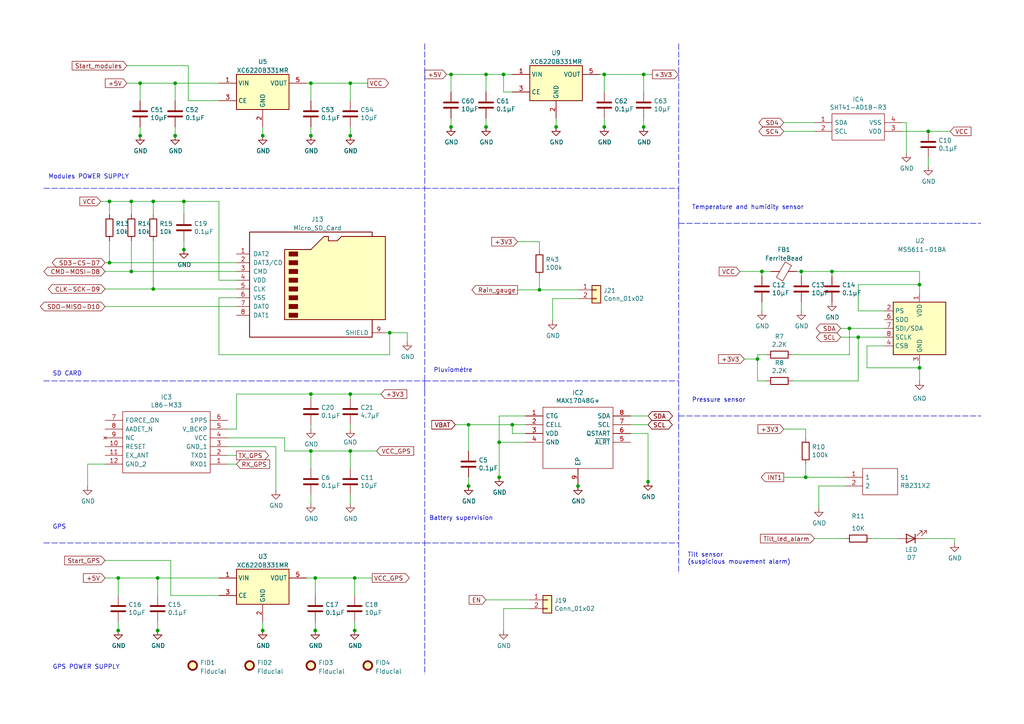
<source format=kicad_sch>
(kicad_sch (version 20211123) (generator eeschema)
  (paper "A4")
  (title_block (title "Open_beehive_scale_board") (date "2022-05-16") (rev "V0.1") (company "Ratamuse"))
  (lib_symbols
    (symbol "Connector:Micro_SD_Card" (pin_names (offset 1.016))
      (property "Reference" "J" (at -16.51 15.24 0))
      (property "Value" "Micro_SD_Card" (at 16.51 15.24 0))
      (symbol "Micro_SD_Card_0_1"
        (rectangle (start -7.62 -9.525) (end -5.08 -10.795) (fill (type outline)))
        (rectangle (start -7.62 -6.985) (end -5.08 -8.255) (fill (type outline)))
        (rectangle (start -7.62 -4.445) (end -5.08 -5.715) (fill (type outline)))
        (rectangle (start -7.62 -1.905) (end -5.08 -3.175) (fill (type outline)))
        (rectangle (start -7.62 0.635) (end -5.08 -0.635) (fill (type outline)))
        (rectangle (start -7.62 3.175) (end -5.08 1.905) (fill (type outline)))
        (rectangle (start -7.62 5.715) (end -5.08 4.445) (fill (type outline)))
        (rectangle (start -7.62 8.255) (end -5.08 6.985) (fill (type outline)))
        (polyline (pts (xy 16.51 12.7) (xy 16.51 13.97) (xy -19.05 13.97) (xy -19.05 -16.51) (xy 16.51 -16.51) (xy 16.51 -11.43)) (stroke (width 0.254)))
        (polyline (pts (xy -8.89 -11.43) (xy -8.89 8.89) (xy -1.27 8.89) (xy 2.54 12.7) (xy 3.81 12.7) (xy 3.81 11.43) (xy 6.35 11.43) (xy 7.62 12.7) (xy 20.32 12.7) (xy 20.32 -11.43) (xy -8.89 -11.43)) (stroke (width 0.254)) (fill (type background)))
      )
      (symbol "Micro_SD_Card_1_1"
        (pin bidirectional line (at -22.86 7.62 0) (length 3.81) (name "DAT2") (number "1"))
        (pin bidirectional line (at -22.86 5.08 0) (length 3.81) (name "DAT3/CD") (number "2"))
        (pin input line (at -22.86 2.54 0) (length 3.81) (name "CMD") (number "3"))
        (pin power_in line (at -22.86 0 0) (length 3.81) (name "VDD") (number "4"))
        (pin input line (at -22.86 -2.54 0) (length 3.81) (name "CLK") (number "5"))
        (pin power_in line (at -22.86 -5.08 0) (length 3.81) (name "VSS") (number "6"))
        (pin bidirectional line (at -22.86 -7.62 0) (length 3.81) (name "DAT0") (number "7"))
        (pin bidirectional line (at -22.86 -10.16 0) (length 3.81) (name "DAT1") (number "8"))
        (pin passive line (at 20.32 -15.24 180) (length 3.81) (name "SHIELD") (number "9"))
      )
    )
    (symbol "Connector_Generic:Conn_01x02" (pin_names (offset 1.016) hide)
      (property "Reference" "J" (at 0 2.54 0))
      (property "Value" "Conn_01x02" (at 0 -5.08 0))
      (symbol "Conn_01x02_1_1"
        (rectangle (start -1.27 -2.413) (end 0 -2.667) (stroke (width 0.1524)))
        (rectangle (start -1.27 0.127) (end 0 -0.127) (stroke (width 0.1524)))
        (rectangle (start -1.27 1.27) (end 1.27 -3.81) (stroke (width 0.254)) (fill (type background)))
        (pin passive line (at -5.08 0 0) (length 3.81) (name "Pin_1") (number "1"))
        (pin passive line (at -5.08 -2.54 0) (length 3.81) (name "Pin_2") (number "2"))
      )
    )
    (symbol "Device:C" (pin_numbers hide) (pin_names (offset 0.254))
      (property "Reference" "C" (at 0.635 2.54 0))
      (property "Value" "C" (at 0.635 -2.54 0))
      (symbol "C_0_1"
        (polyline (pts (xy -2.032 -0.762) (xy 2.032 -0.762)) (stroke (width 0.508)))
        (polyline (pts (xy -2.032 0.762) (xy 2.032 0.762)) (stroke (width 0.508)))
      )
      (symbol "C_1_1"
        (pin passive line (at 0 3.81 270) (length 2.794) (name "~") (number "1"))
        (pin passive line (at 0 -3.81 90) (length 2.794) (name "~") (number "2"))
      )
    )
    (symbol "Device:FerriteBead" (pin_numbers hide) (pin_names (offset 0))
      (property "Reference" "FB" (at -3.81 0.635 90))
      (property "Value" "FerriteBead" (at 3.81 0 90))
      (symbol "FerriteBead_0_1"
        (polyline (pts (xy 0 -1.27) (xy 0 -1.2192)))
        (polyline (pts (xy 0 1.27) (xy 0 1.2954)))
        (polyline (pts (xy -2.7686 0.4064) (xy -1.7018 2.2606) (xy 2.7686 -0.3048) (xy 1.6764 -2.159) (xy -2.7686 0.4064)))
      )
      (symbol "FerriteBead_1_1"
        (pin passive line (at 0 3.81 270) (length 2.54) (name "~") (number "1"))
        (pin passive line (at 0 -3.81 90) (length 2.54) (name "~") (number "2"))
      )
    )
    (symbol "Device:LED" (pin_numbers hide) (pin_names (offset 1.016) hide)
      (property "Reference" "D" (at 0 2.54 0))
      (property "Value" "LED" (at 0 -2.54 0))
      (symbol "LED_0_1"
        (polyline (pts (xy -1.27 -1.27) (xy -1.27 1.27)) (stroke (width 0.254)))
        (polyline (pts (xy -1.27 0) (xy 1.27 0)))
        (polyline (pts (xy 1.27 -1.27) (xy 1.27 1.27) (xy -1.27 0) (xy 1.27 -1.27)) (stroke (width 0.254)))
        (polyline (pts (xy -3.048 -0.762) (xy -4.572 -2.286) (xy -3.81 -2.286) (xy -4.572 -2.286) (xy -4.572 -1.524)))
        (polyline (pts (xy -1.778 -0.762) (xy -3.302 -2.286) (xy -2.54 -2.286) (xy -3.302 -2.286) (xy -3.302 -1.524)))
      )
      (symbol "LED_1_1"
        (pin passive line (at -3.81 0 0) (length 2.54) (name "K") (number "1"))
        (pin passive line (at 3.81 0 180) (length 2.54) (name "A") (number "2"))
      )
    )
    (symbol "Device:R" (pin_numbers hide) (pin_names (offset 0))
      (property "Reference" "R" (at 2.032 0 90))
      (property "Value" "R" (at 0 0 90))
      (symbol "R_0_1"
        (rectangle (start -1.016 -2.54) (end 1.016 2.54) (stroke (width 0.254)))
      )
      (symbol "R_1_1"
        (pin passive line (at 0 3.81 270) (length 1.27) (name "~") (number "1"))
        (pin passive line (at 0 -3.81 90) (length 1.27) (name "~") (number "2"))
      )
    )
    (symbol "L86-M33:L86-M33" (pin_names (offset 0.762))
      (property "Reference" "IC" (at 31.75 7.62 0))
      (property "Value" "L86-M33" (at 31.75 5.08 0))
      (symbol "L86-M33_0_0"
        (pin passive line (at 35.56 -12.7 180) (length 5.08) (name "RXD1") (number "1"))
        (pin passive line (at 0 -7.62 0) (length 5.08) (name "RESET") (number "10"))
        (pin passive line (at 0 -10.16 0) (length 5.08) (name "EX_ANT") (number "11"))
        (pin passive line (at 0 -12.7 0) (length 5.08) (name "GND_2") (number "12"))
        (pin passive line (at 35.56 -10.16 180) (length 5.08) (name "TXD1") (number "2"))
        (pin passive line (at 35.56 -7.62 180) (length 5.08) (name "GND_1") (number "3"))
        (pin passive line (at 35.56 -5.08 180) (length 5.08) (name "VCC") (number "4"))
        (pin passive line (at 35.56 -2.54 180) (length 5.08) (name "V_BCKP") (number "5"))
        (pin passive line (at 35.56 0 180) (length 5.08) (name "1PPS") (number "6"))
        (pin passive line (at 0 0 0) (length 5.08) (name "FORCE_ON") (number "7"))
        (pin passive line (at 0 -2.54 0) (length 5.08) (name "AADET_N") (number "8"))
        (pin no_connect line (at 0 -5.08 0) (length 5.08) (name "NC") (number "9"))
      )
      (symbol "L86-M33_0_1"
        (polyline (pts (xy 5.08 2.54) (xy 30.48 2.54) (xy 30.48 -15.24) (xy 5.08 -15.24) (xy 5.08 2.54)) (stroke (width 0.1524)))
      )
    )
    (symbol "MAX17048G+:MAX17048G+" (pin_names (offset 0.762))
      (property "Reference" "IC" (at 26.67 7.62 0))
      (property "Value" "MAX17048G+" (at 26.67 5.08 0))
      (symbol "MAX17048G+_0_0"
        (pin passive line (at 0 0 0) (length 5.08) (name "CTG") (number "1"))
        (pin passive line (at 0 -2.54 0) (length 5.08) (name "CELL") (number "2"))
        (pin passive line (at 0 -5.08 0) (length 5.08) (name "VDD") (number "3"))
        (pin passive line (at 0 -7.62 0) (length 5.08) (name "GND") (number "4"))
        (pin passive line (at 30.48 -7.62 180) (length 5.08) (name "~{ALRT}") (number "5"))
        (pin passive line (at 30.48 -5.08 180) (length 5.08) (name "QSTART") (number "6"))
        (pin passive line (at 30.48 -2.54 180) (length 5.08) (name "SCL") (number "7"))
        (pin passive line (at 30.48 0 180) (length 5.08) (name "SDA") (number "8"))
        (pin passive line (at 15.24 -20.32 90) (length 5.08) (name "EP") (number "9"))
      )
      (symbol "MAX17048G+_0_1"
        (polyline (pts (xy 5.08 2.54) (xy 25.4 2.54) (xy 25.4 -15.24) (xy 5.08 -15.24) (xy 5.08 2.54)) (stroke (width 0.1524)))
      )
    )
    (symbol "Mechanical:Fiducial"
      (property "Reference" "FID" (at 0 5.08 0))
      (property "Value" "Fiducial" (at 0 3.175 0))
      (symbol "Fiducial_0_1"
        (circle (center 0 0) (radius 1.27) (stroke (width 0.508)) (fill (type background)))
      )
    )
    (symbol "RB231X2:RB231X2" (pin_names (offset 0.762))
      (property "Reference" "S" (at 16.51 7.62 0))
      (property "Value" "RB231X2" (at 16.51 5.08 0))
      (symbol "RB231X2_0_0"
        (pin passive line (at 0 0 0) (length 5.08) (name "1") (number "1"))
        (pin passive line (at 0 -2.54 0) (length 5.08) (name "2") (number "2"))
      )
      (symbol "RB231X2_0_1"
        (polyline (pts (xy 5.08 2.54) (xy 15.24 2.54) (xy 15.24 -5.08) (xy 5.08 -5.08) (xy 5.08 2.54)) (stroke (width 0.1524)))
      )
    )
    (symbol "Regulator_Linear:XC6220B331MR"
      (property "Reference" "U" (at 0 8.89 0))
      (property "Value" "XC6220B331MR" (at 0 6.35 0))
      (symbol "XC6220B331MR_0_1"
        (rectangle (start -7.62 5.08) (end 7.62 -5.08) (stroke (width 0.254)) (fill (type background)))
      )
      (symbol "XC6220B331MR_1_1"
        (pin power_in line (at -12.7 2.54 0) (length 5.08) (name "VIN") (number "1"))
        (pin power_in line (at 0 -10.16 90) (length 5.08) (name "GND") (number "2"))
        (pin input line (at -12.7 -2.54 0) (length 5.08) (name "CE") (number "3"))
        (pin no_connect line (at 12.7 -2.54 180) (length 5.08) hide (name "NC") (number "4"))
        (pin power_out line (at 12.7 2.54 180) (length 5.08) (name "VOUT") (number "5"))
      )
    )
    (symbol "SHT41-AD1B-R3:SHT41-AD1B-R3" (pin_names (offset 0.762))
      (property "Reference" "IC" (at 21.59 7.62 0))
      (property "Value" "SHT41-AD1B-R3" (at 21.59 5.08 0))
      (symbol "SHT41-AD1B-R3_0_0"
        (pin passive line (at 0 0 0) (length 5.08) (name "SDA") (number "1"))
        (pin passive line (at 0 -2.54 0) (length 5.08) (name "SCL") (number "2"))
        (pin passive line (at 25.4 -2.54 180) (length 5.08) (name "VDD") (number "3"))
        (pin passive line (at 25.4 0 180) (length 5.08) (name "VSS") (number "4"))
      )
      (symbol "SHT41-AD1B-R3_0_1"
        (polyline (pts (xy 5.08 2.54) (xy 20.32 2.54) (xy 20.32 -5.08) (xy 5.08 -5.08) (xy 5.08 2.54)) (stroke (width 0.1524)))
      )
    )
    (symbol "Sensor_Pressure:MS5611-01BA"
      (property "Reference" "U" (at -6.35 8.89 0))
      (property "Value" "MS5611-01BA" (at 7.62 8.89 0))
      (symbol "MS5611-01BA_0_1"
        (rectangle (start -7.62 7.62) (end 7.62 -7.62) (stroke (width 0.254)) (fill (type background)))
      )
      (symbol "MS5611-01BA_1_1"
        (pin power_in line (at 0 10.16 270) (length 2.54) (name "VDD") (number "1"))
        (pin input line (at -10.16 5.08 0) (length 2.54) (name "PS") (number "2"))
        (pin power_in line (at 0 -10.16 90) (length 2.54) (name "GND") (number "3"))
        (pin input line (at -10.16 -5.08 0) (length 2.54) (name "CSB") (number "4"))
        (pin input line (at -10.16 -5.08 0) (length 2.54) hide (name "CSB") (number "5"))
        (pin output line (at -10.16 2.54 0) (length 2.54) (name "SDO") (number "6"))
        (pin bidirectional line (at -10.16 0 0) (length 2.54) (name "SDI/SDA") (number "7"))
        (pin input line (at -10.16 -2.54 0) (length 2.54) (name "SCLK") (number "8"))
      )
    )
    (symbol "power:GND" (power) (pin_names (offset 0))
      (property "Value" "GND" (at 0 -3.81 0))
      (symbol "GND_0_1"
        (polyline (pts (xy 0 0) (xy 0 -1.27) (xy 1.27 -1.27) (xy 0 -2.54) (xy -1.27 -1.27) (xy 0 -1.27)))
      )
      (symbol "GND_1_1"
        (pin power_in line (at 0 0 270) (length 0) hide (name "GND") (number "1"))
      )
    )
  )
  (junction (at 269.24 38.1))
  (junction (at 219.71 104.14))
  (junction (at 144.78 128.27))
  (junction (at 140.97 36.83))
  (junction (at 130.81 36.83))
  (junction (at 233.68 138.43))
  (junction (at 175.26 36.83))
  (junction (at 90.17 130.81))
  (junction (at 186.69 21.59))
  (junction (at 102.87 182.88))
  (junction (at 31.75 58.42))
  (junction (at 161.29 36.83))
  (junction (at 187.96 139.7))
  (junction (at 76.2 39.37))
  (junction (at 101.6 24.13))
  (junction (at 38.1 78.74))
  (junction (at 76.2 182.88))
  (junction (at 40.64 39.37))
  (junction (at 135.89 123.19))
  (junction (at 186.69 36.83))
  (junction (at 38.1 58.42))
  (junction (at 148.59 123.19))
  (junction (at 91.44 167.64))
  (junction (at 50.8 24.13))
  (junction (at 90.17 114.3))
  (junction (at 34.29 167.64))
  (junction (at 44.45 58.42))
  (junction (at 91.44 182.88))
  (junction (at 130.81 21.59))
  (junction (at 101.6 130.81))
  (junction (at 102.87 167.64))
  (junction (at 31.75 76.2))
  (junction (at 167.64 140.97))
  (junction (at 232.41 78.74))
  (junction (at 140.97 21.59))
  (junction (at 34.29 182.88))
  (junction (at 248.92 97.79))
  (junction (at 90.17 39.37))
  (junction (at 135.89 140.97))
  (junction (at 146.05 21.59))
  (junction (at 45.72 167.64))
  (junction (at 53.34 72.39))
  (junction (at 156.464 84.074))
  (junction (at 246.38 95.25))
  (junction (at 50.8 39.37))
  (junction (at 220.98 78.74))
  (junction (at 241.3 78.74))
  (junction (at 53.34 58.42))
  (junction (at 45.72 182.88))
  (junction (at 101.6 114.3))
  (junction (at 90.17 24.13))
  (junction (at 101.6 39.37))
  (junction (at 144.78 138.43))
  (junction (at 266.7 106.68))
  (junction (at 175.26 21.59))
  (junction (at 44.45 83.82))
  (junction (at 40.64 24.13))
  (junction (at 266.7 82.55))
  (junction (at 113.03 96.52))
  (wire (pts (xy 156.464 84.074) (xy 156.464 80.264)))
  (wire (pts (xy 135.89 138.43) (xy 135.89 140.97)))
  (wire (pts (xy 219.71 104.14) (xy 215.9 104.14)))
  (wire (pts (xy 219.71 102.87) (xy 222.25 102.87)))
  (wire (pts (xy 269.24 45.72) (xy 269.24 48.26)))
  (wire (pts (xy 63.5 58.42) (xy 63.5 81.28)))
  (wire (pts (xy 40.64 24.13) (xy 50.8 24.13)))
  (wire (pts (xy 229.87 102.87) (xy 246.38 102.87)))
  (wire (pts (xy 90.17 115.57) (xy 90.17 114.3)))
  (wire (pts (xy 113.03 96.52) (xy 118.11 96.52)))
  (wire (pts (xy 146.05 176.53) (xy 146.05 182.88)))
  (wire (pts (xy 45.72 172.72) (xy 45.72 167.64)))
  (wire (pts (xy 101.6 24.13) (xy 106.68 24.13)))
  (wire (pts (xy 261.62 35.56) (xy 262.89 35.56)))
  (wire (pts (xy 267.97 156.21) (xy 276.86 156.21)))
  (wire (pts (xy 38.1 58.42) (xy 38.1 62.23)))
  (wire (pts (xy 161.29 34.29) (xy 161.29 36.83)))
  (wire (pts (xy 101.6 115.57) (xy 101.6 114.3)))
  (wire (pts (xy 31.75 58.42) (xy 38.1 58.42)))
  (wire (pts (xy 68.58 134.62) (xy 66.04 134.62)))
  (wire (pts (xy 156.464 72.644) (xy 156.464 70.104)))
  (wire (pts (xy 31.75 69.85) (xy 31.75 76.2)))
  (wire (pts (xy 102.87 167.64) (xy 107.95 167.64)))
  (wire (pts (xy 227.33 38.1) (xy 236.22 38.1)))
  (wire (pts (xy 130.81 21.59) (xy 140.97 21.59)))
  (wire (pts (xy 80.01 129.54) (xy 80.01 142.24)))
  (wire (pts (xy 219.71 104.14) (xy 219.71 102.87)))
  (wire (pts (xy 232.41 87.63) (xy 232.41 90.17)))
  (wire (pts (xy 54.61 29.21) (xy 54.61 19.05)))
  (wire (pts (xy 45.72 167.64) (xy 63.5 167.64)))
  (wire (pts (xy 248.92 97.79) (xy 256.54 97.79)))
  (wire (pts (xy 167.894 84.074) (xy 156.464 84.074)))
  (polyline (pts (xy 123.19 110.49) (xy 123.19 114.3)))
  (wire (pts (xy 101.6 130.81) (xy 109.22 130.81)))
  (polyline (pts (xy 196.85 12.7) (xy 196.85 64.77)))
  (wire (pts (xy 175.26 21.59) (xy 186.69 21.59)))
  (wire (pts (xy 146.05 21.59) (xy 148.59 21.59)))
  (wire (pts (xy 129.54 21.59) (xy 130.81 21.59)))
  (wire (pts (xy 251.46 100.33) (xy 251.46 106.68)))
  (wire (pts (xy 44.45 69.85) (xy 44.45 83.82)))
  (wire (pts (xy 30.48 83.82) (xy 44.45 83.82)))
  (wire (pts (xy 44.45 58.42) (xy 44.45 62.23)))
  (wire (pts (xy 91.44 180.34) (xy 91.44 182.88)))
  (wire (pts (xy 175.26 26.67) (xy 175.26 21.59)))
  (wire (pts (xy 214.63 78.74) (xy 220.98 78.74)))
  (wire (pts (xy 269.24 38.1) (xy 261.62 38.1)))
  (wire (pts (xy 101.6 114.3) (xy 110.49 114.3)))
  (wire (pts (xy 63.5 102.87) (xy 113.03 102.87)))
  (wire (pts (xy 101.6 29.21) (xy 101.6 24.13)))
  (wire (pts (xy 36.83 19.05) (xy 54.61 19.05)))
  (wire (pts (xy 50.8 29.21) (xy 50.8 24.13)))
  (wire (pts (xy 118.11 96.52) (xy 118.11 99.06)))
  (wire (pts (xy 135.89 123.19) (xy 135.89 130.81)))
  (wire (pts (xy 276.86 156.21) (xy 276.86 157.48)))
  (wire (pts (xy 220.98 78.74) (xy 223.52 78.74)))
  (wire (pts (xy 82.55 130.81) (xy 90.17 130.81)))
  (wire (pts (xy 148.59 125.73) (xy 152.4 125.73)))
  (polyline (pts (xy 123.19 54.61) (xy 196.85 54.61)))
  (wire (pts (xy 54.61 29.21) (xy 63.5 29.21)))
  (wire (pts (xy 182.88 123.19) (xy 187.96 123.19)))
  (wire (pts (xy 29.21 58.42) (xy 31.75 58.42)))
  (wire (pts (xy 140.97 26.67) (xy 140.97 21.59)))
  (wire (pts (xy 266.7 82.55) (xy 266.7 78.74)))
  (wire (pts (xy 148.59 123.19) (xy 152.4 123.19)))
  (wire (pts (xy 38.1 78.74) (xy 68.58 78.74)))
  (wire (pts (xy 44.45 58.42) (xy 53.34 58.42)))
  (wire (pts (xy 243.84 97.79) (xy 248.92 97.79)))
  (wire (pts (xy 186.69 34.29) (xy 186.69 36.83)))
  (wire (pts (xy 30.48 88.9) (xy 68.58 88.9)))
  (wire (pts (xy 90.17 123.19) (xy 90.17 124.46)))
  (wire (pts (xy 220.98 80.01) (xy 220.98 78.74)))
  (wire (pts (xy 68.58 86.36) (xy 63.5 86.36)))
  (wire (pts (xy 186.69 21.59) (xy 189.23 21.59)))
  (wire (pts (xy 38.1 58.42) (xy 44.45 58.42)))
  (wire (pts (xy 256.54 100.33) (xy 251.46 100.33)))
  (wire (pts (xy 68.58 124.46) (xy 68.58 114.3)))
  (wire (pts (xy 68.58 114.3) (xy 90.17 114.3)))
  (wire (pts (xy 82.55 130.81) (xy 82.55 127)))
  (wire (pts (xy 66.04 129.54) (xy 80.01 129.54)))
  (wire (pts (xy 248.92 90.17) (xy 256.54 90.17)))
  (wire (pts (xy 45.72 180.34) (xy 45.72 182.88)))
  (wire (pts (xy 91.44 172.72) (xy 91.44 167.64)))
  (polyline (pts (xy 12.7 157.48) (xy 123.19 157.48)))
  (wire (pts (xy 233.68 138.43) (xy 227.33 138.43)))
  (wire (pts (xy 30.48 78.74) (xy 38.1 78.74)))
  (polyline (pts (xy 196.85 54.61) (xy 196.85 55.88)))
  (wire (pts (xy 140.97 173.99) (xy 153.67 173.99)))
  (wire (pts (xy 266.7 105.41) (xy 266.7 106.68)))
  (wire (pts (xy 144.78 128.27) (xy 144.78 138.43)))
  (wire (pts (xy 248.92 110.49) (xy 248.92 97.79)))
  (wire (pts (xy 269.24 38.1) (xy 275.59 38.1)))
  (wire (pts (xy 76.2 36.83) (xy 76.2 39.37)))
  (wire (pts (xy 91.44 167.64) (xy 102.87 167.64)))
  (wire (pts (xy 237.49 140.97) (xy 237.49 147.32)))
  (wire (pts (xy 25.4 134.62) (xy 25.4 140.97)))
  (wire (pts (xy 34.29 172.72) (xy 34.29 167.64)))
  (wire (pts (xy 167.894 86.614) (xy 160.274 86.614)))
  (wire (pts (xy 140.97 34.29) (xy 140.97 36.83)))
  (wire (pts (xy 101.6 143.51) (xy 101.6 146.05)))
  (wire (pts (xy 146.05 26.67) (xy 148.59 26.67)))
  (wire (pts (xy 31.75 76.2) (xy 68.58 76.2)))
  (wire (pts (xy 246.38 95.25) (xy 256.54 95.25)))
  (wire (pts (xy 111.76 96.52) (xy 113.03 96.52)))
  (wire (pts (xy 101.6 135.89) (xy 101.6 130.81)))
  (wire (pts (xy 135.89 123.19) (xy 148.59 123.19)))
  (wire (pts (xy 175.26 34.29) (xy 175.26 36.83)))
  (wire (pts (xy 233.68 124.46) (xy 227.33 124.46)))
  (wire (pts (xy 245.11 140.97) (xy 237.49 140.97)))
  (wire (pts (xy 182.88 125.73) (xy 187.96 125.73)))
  (wire (pts (xy 243.84 95.25) (xy 246.38 95.25)))
  (wire (pts (xy 68.58 124.46) (xy 66.04 124.46)))
  (wire (pts (xy 173.99 21.59) (xy 175.26 21.59)))
  (polyline (pts (xy 12.7 110.49) (xy 123.19 110.49)))
  (wire (pts (xy 248.92 82.55) (xy 248.92 90.17)))
  (wire (pts (xy 241.3 78.74) (xy 266.7 78.74)))
  (polyline (pts (xy 196.85 64.77) (xy 196.85 120.65)))
  (wire (pts (xy 222.25 110.49) (xy 219.71 110.49)))
  (wire (pts (xy 90.17 114.3) (xy 101.6 114.3)))
  (wire (pts (xy 44.45 83.82) (xy 68.58 83.82)))
  (polyline (pts (xy 196.85 64.77) (xy 284.48 64.77)))
  (wire (pts (xy 148.59 123.19) (xy 148.59 125.73)))
  (wire (pts (xy 241.3 78.74) (xy 241.3 80.01)))
  (wire (pts (xy 101.6 124.46) (xy 101.6 123.19)))
  (wire (pts (xy 152.4 120.65) (xy 144.78 120.65)))
  (wire (pts (xy 88.9 167.64) (xy 91.44 167.64)))
  (wire (pts (xy 227.33 35.56) (xy 236.22 35.56)))
  (wire (pts (xy 50.8 36.83) (xy 50.8 39.37)))
  (wire (pts (xy 251.46 106.68) (xy 266.7 106.68)))
  (polyline (pts (xy 123.19 110.49) (xy 196.85 110.49)))
  (wire (pts (xy 266.7 82.55) (xy 248.92 82.55)))
  (wire (pts (xy 34.29 180.34) (xy 34.29 182.88)))
  (polyline (pts (xy 12.7 54.61) (xy 123.19 54.61)))
  (wire (pts (xy 220.98 87.63) (xy 220.98 90.17)))
  (wire (pts (xy 160.274 86.614) (xy 160.274 92.964)))
  (wire (pts (xy 130.81 26.67) (xy 130.81 21.59)))
  (wire (pts (xy 36.83 24.13) (xy 40.64 24.13)))
  (wire (pts (xy 187.96 125.73) (xy 187.96 139.7)))
  (wire (pts (xy 233.68 127) (xy 233.68 124.46)))
  (wire (pts (xy 53.34 69.85) (xy 53.34 72.39)))
  (wire (pts (xy 229.87 110.49) (xy 248.92 110.49)))
  (wire (pts (xy 233.68 138.43) (xy 233.68 134.62)))
  (wire (pts (xy 219.71 110.49) (xy 219.71 104.14)))
  (wire (pts (xy 232.41 78.74) (xy 241.3 78.74)))
  (wire (pts (xy 245.11 138.43) (xy 233.68 138.43)))
  (wire (pts (xy 90.17 29.21) (xy 90.17 24.13)))
  (wire (pts (xy 76.2 180.34) (xy 76.2 182.88)))
  (wire (pts (xy 153.67 176.53) (xy 146.05 176.53)))
  (wire (pts (xy 30.48 162.56) (xy 49.53 162.56)))
  (wire (pts (xy 30.48 76.2) (xy 31.75 76.2)))
  (wire (pts (xy 34.29 167.64) (xy 45.72 167.64)))
  (wire (pts (xy 152.4 128.27) (xy 144.78 128.27)))
  (wire (pts (xy 252.73 156.21) (xy 260.35 156.21)))
  (wire (pts (xy 146.05 21.59) (xy 146.05 26.67)))
  (wire (pts (xy 63.5 81.28) (xy 68.58 81.28)))
  (wire (pts (xy 101.6 36.83) (xy 101.6 39.37)))
  (polyline (pts (xy 196.85 120.65) (xy 284.48 120.65)))
  (wire (pts (xy 90.17 135.89) (xy 90.17 130.81)))
  (wire (pts (xy 262.89 35.56) (xy 262.89 44.45)))
  (polyline (pts (xy 123.19 157.48) (xy 196.85 157.48)))
  (wire (pts (xy 266.7 106.68) (xy 266.7 110.49)))
  (wire (pts (xy 156.464 84.074) (xy 150.114 84.074)))
  (wire (pts (xy 246.38 102.87) (xy 246.38 95.25)))
  (polyline (pts (xy 196.85 120.65) (xy 196.85 166.37)))
  (wire (pts (xy 186.69 26.67) (xy 186.69 21.59)))
  (wire (pts (xy 90.17 36.83) (xy 90.17 39.37)))
  (wire (pts (xy 130.81 34.29) (xy 130.81 36.83)))
  (wire (pts (xy 90.17 24.13) (xy 101.6 24.13)))
  (wire (pts (xy 90.17 130.81) (xy 101.6 130.81)))
  (wire (pts (xy 232.41 78.74) (xy 232.41 80.01)))
  (wire (pts (xy 236.22 156.21) (xy 245.11 156.21)))
  (wire (pts (xy 25.4 134.62) (xy 30.48 134.62)))
  (wire (pts (xy 50.8 24.13) (xy 63.5 24.13)))
  (wire (pts (xy 266.7 85.09) (xy 266.7 82.55)))
  (wire (pts (xy 40.64 29.21) (xy 40.64 24.13)))
  (wire (pts (xy 63.5 86.36) (xy 63.5 102.87)))
  (wire (pts (xy 132.08 123.19) (xy 135.89 123.19)))
  (wire (pts (xy 38.1 69.85) (xy 38.1 78.74)))
  (wire (pts (xy 144.78 120.65) (xy 144.78 128.27)))
  (wire (pts (xy 53.34 58.42) (xy 63.5 58.42)))
  (wire (pts (xy 90.17 143.51) (xy 90.17 146.05)))
  (wire (pts (xy 231.14 78.74) (xy 232.41 78.74)))
  (wire (pts (xy 156.464 70.104) (xy 150.114 70.104)))
  (wire (pts (xy 113.03 102.87) (xy 113.03 96.52)))
  (wire (pts (xy 31.75 58.42) (xy 31.75 62.23)))
  (wire (pts (xy 88.9 24.13) (xy 90.17 24.13)))
  (wire (pts (xy 53.34 58.42) (xy 53.34 62.23)))
  (wire (pts (xy 102.87 180.34) (xy 102.87 182.88)))
  (wire (pts (xy 49.53 172.72) (xy 63.5 172.72)))
  (wire (pts (xy 182.88 120.65) (xy 187.96 120.65)))
  (wire (pts (xy 30.48 167.64) (xy 34.29 167.64)))
  (polyline (pts (xy 123.19 12.7) (xy 123.19 195.58)))
  (wire (pts (xy 102.87 172.72) (xy 102.87 167.64)))
  (wire (pts (xy 82.55 127) (xy 66.04 127)))
  (wire (pts (xy 40.64 36.83) (xy 40.64 39.37)))
  (wire (pts (xy 140.97 21.59) (xy 146.05 21.59)))
  (wire (pts (xy 49.53 172.72) (xy 49.53 162.56)))
  (wire (pts (xy 66.04 132.08) (xy 68.58 132.08)))
  (text "SD CARD" (at 15.24 109.22 0) (effects (font (size 1.27 1.27)) (justify left bottom)))
  (text "Pluviomètre" (at 125.73 108.204 0) (effects (font (size 1.27 1.27)) (justify left bottom)))
  (text "GPS" (at 15.24 153.67 0) (effects (font (size 1.27 1.27)) (justify left bottom)))
  (text "Battery supervision\n" (at 124.46 151.13 0) (effects (font (size 1.27 1.27)) (justify left bottom)))
  (text "Tilt sensor \n(suspicious mouvement alarm)" (at 199.39 163.83 0) (effects (font (size 1.27 1.27)) (justify left bottom)))
  (text "Temperature and humidity sensor\n" (at 200.66 60.96 0) (effects (font (size 1.27 1.27)) (justify left bottom)))
  (text "Pressure sensor" (at 200.66 116.84 0) (effects (font (size 1.27 1.27)) (justify left bottom)))
  (text "Modules POWER SUPPLY" (at 13.97 52.07 0) (effects (font (size 1.27 1.27)) (justify left bottom)))
  (text "GPS POWER SUPPLY" (at 15.24 194.31 0) (effects (font (size 1.27 1.27)) (justify left bottom)))
  (global_label "TX_GPS" (shape output) (at 68.58 132.08 0) (property "Intersheet References" "${INTERSHEET_REFS}" (effects hide)))
  (global_label "VCC" (shape input) (at 29.21 58.42 180) (property "Intersheet References" "${INTERSHEET_REFS}" (effects hide)))
  (global_label "+3V3" (shape input) (at 150.114 70.104 180) (property "Intersheet References" "${INTERSHEET_REFS}" (effects hide)))
  (global_label "Rain_gauge" (shape output) (at 150.114 84.074 180) (property "Intersheet References" "${INTERSHEET_REFS}" (effects hide)))
  (global_label "SDA" (shape bidirectional) (at 187.96 120.65 0) (property "Intersheet References" "${INTERSHEET_REFS}" (effects hide)))
  (global_label "Start_GPS" (shape input) (at 30.48 162.56 180) (property "Intersheet References" "${INTERSHEET_REFS}" (effects hide)))
  (global_label "SCL" (shape bidirectional) (at 187.96 123.19 0) (property "Intersheet References" "${INTERSHEET_REFS}" (effects hide)))
  (global_label "VCC" (shape input) (at 214.63 78.74 180) (property "Intersheet References" "${INTERSHEET_REFS}" (effects hide)))
  (global_label "+3V3" (shape input) (at 227.33 124.46 180) (property "Intersheet References" "${INTERSHEET_REFS}" (effects hide)))
  (global_label "SDA" (shape bidirectional) (at 243.84 95.25 180) (property "Intersheet References" "${INTERSHEET_REFS}" (effects hide)))
  (global_label "SD3-CS-D7" (shape bidirectional) (at 30.48 76.2 180) (property "Intersheet References" "${INTERSHEET_REFS}" (effects hide)))
  (global_label "+3V3" (shape input) (at 215.9 104.14 180) (property "Intersheet References" "${INTERSHEET_REFS}" (effects hide)))
  (global_label "SC4" (shape bidirectional) (at 227.33 38.1 180) (property "Intersheet References" "${INTERSHEET_REFS}" (effects hide)))
  (global_label "CLK-SCK-D9" (shape bidirectional) (at 30.48 83.82 180) (property "Intersheet References" "${INTERSHEET_REFS}" (effects hide)))
  (global_label "+5V" (shape input) (at 36.83 24.13 180) (property "Intersheet References" "${INTERSHEET_REFS}" (effects hide)))
  (global_label "SCL" (shape bidirectional) (at 187.96 123.19 0) (property "Intersheet References" "${INTERSHEET_REFS}" (effects hide)))
  (global_label "VCC_GPS" (shape output) (at 107.95 167.64 0) (property "Intersheet References" "${INTERSHEET_REFS}" (effects hide)))
  (global_label "Tilt_led_alarm" (shape input) (at 236.22 156.21 180) (property "Intersheet References" "${INTERSHEET_REFS}" (effects hide)))
  (global_label "Start_modules" (shape input) (at 36.83 19.05 180) (property "Intersheet References" "${INTERSHEET_REFS}" (effects hide)))
  (global_label "SD4" (shape bidirectional) (at 227.33 35.56 180) (property "Intersheet References" "${INTERSHEET_REFS}" (effects hide)))
  (global_label "+5V" (shape input) (at 30.48 167.64 180) (property "Intersheet References" "${INTERSHEET_REFS}" (effects hide)))
  (global_label "+3V3" (shape output) (at 189.23 21.59 0) (property "Intersheet References" "${INTERSHEET_REFS}" (effects hide)))
  (global_label "VCC" (shape input) (at 275.59 38.1 0) (property "Intersheet References" "${INTERSHEET_REFS}" (effects hide)))
  (global_label "EN" (shape input) (at 140.97 173.99 180) (property "Intersheet References" "${INTERSHEET_REFS}" (effects hide)))
  (global_label "+3V3" (shape input) (at 110.49 114.3 0) (property "Intersheet References" "${INTERSHEET_REFS}" (effects hide)))
  (global_label "SDA" (shape bidirectional) (at 187.96 120.65 0) (property "Intersheet References" "${INTERSHEET_REFS}" (effects hide)))
  (global_label "INT1" (shape output) (at 227.33 138.43 180) (property "Intersheet References" "${INTERSHEET_REFS}" (effects hide)))
  (global_label "VBAT" (shape input) (at 132.08 123.19 180) (property "Intersheet References" "${INTERSHEET_REFS}" (effects hide)))
  (global_label "+5V" (shape input) (at 129.54 21.59 180) (property "Intersheet References" "${INTERSHEET_REFS}" (effects hide)))
  (global_label "CMD-MOSI-D8" (shape bidirectional) (at 30.48 78.74 180) (property "Intersheet References" "${INTERSHEET_REFS}" (effects hide)))
  (global_label "SDO-MISO-D10" (shape bidirectional) (at 30.48 88.9 180) (property "Intersheet References" "${INTERSHEET_REFS}" (effects hide)))
  (global_label "SCL" (shape bidirectional) (at 243.84 97.79 180) (property "Intersheet References" "${INTERSHEET_REFS}" (effects hide)))
  (global_label "VCC" (shape output) (at 106.68 24.13 0) (property "Intersheet References" "${INTERSHEET_REFS}" (effects hide)))
  (global_label "VCC_GPS" (shape input) (at 109.22 130.81 0) (property "Intersheet References" "${INTERSHEET_REFS}" (effects hide)))
  (global_label "VBAT" (shape input) (at 132.08 123.19 180) (property "Intersheet References" "${INTERSHEET_REFS}" (effects hide)))
  (global_label "RX_GPS" (shape input) (at 68.58 134.62 0) (property "Intersheet References" "${INTERSHEET_REFS}" (effects hide)))
  (symbol (lib_id "Device:C") (at 101.6 139.7 0) (unit 1)
    (property "Reference" "C11" (at 104.521 138.5316 0) (effects (justify left)))
    (property "Value" "10µF" (at 104.521 140.843 0) (effects (justify left)))
    (property "Footprint" "Capacitor_SMD:C_0805_2012Metric" (effects hide))
  )
  (symbol (lib_id "power:GND") (at 101.6 146.05 0) (unit 1)
    (property "Reference" "#PWR0116" (effects hide))
    (property "Value" "GND" (at 101.727 150.4442 0))
  )
  (symbol (lib_id "RB231X2:RB231X2") (at 245.11 138.43 0) (unit 1)
    (property "Reference" "S1" (at 261.0612 138.5316 0) (effects (justify left)))
    (property "Value" "RB231X2" (at 261.0612 140.843 0) (effects (justify left)))
    (property "Footprint" "Empreintes:RB231X2" (effects hide))
    (property "Datasheet" "http://www.mouser.com/datasheet/2/60/rb-965392.pdf" (effects hide))
    (property "Description" "Tilt Switches ROLLING BALL" (effects hide))
    (property "Height" "4" (effects hide))
    (property "Manufacturer_Name" "C & K COMPONENTS" (effects hide))
    (property "Manufacturer_Part_Number" "RB231X2" (effects hide))
    (property "Mouser Part Number" "611-RB-231X2" (effects hide))
    (property "Mouser Price/Stock" "https://www.mouser.co.uk/ProductDetail/CK/RB231X2?qs=Gufeu08L%2Fl3N%2F2jZGTaJow%3D%3D" (effects hide))
    (property "Arrow Part Number" "RB231X2" (effects hide))
    (property "Arrow Price/Stock" "https://www.arrow.com/en/products/rb231x2/ck" (effects hide))
  )
  (symbol (lib_id "L86-M33:L86-M33") (at 30.48 121.92 0) (unit 1)
    (property "Reference" "IC3" (at 48.26 115.189 0))
    (property "Value" "L86-M33" (at 48.26 117.5004 0))
    (property "Footprint" "Empreintes:L80-M39" (effects hide))
    (property "Datasheet" "https://docs-emea.rs-online.com/webdocs/147d/0900766b8147dbfb.pdf" (effects hide))
    (property "Description" "GPS/GLONASS receiver + antenna pack of 1" (effects hide))
    (property "Manufacturer_Name" "Quectel" (effects hide))
    (property "Manufacturer_Part_Number" "L86-M33" (effects hide))
    (property "Arrow Part Number" "L86-M33" (effects hide))
    (property "Arrow Price/Stock" "https://www.arrow.com/en/products/l86-m33/quectel-wireless-solutions-co-ltd" (effects hide))
  )
  (symbol (lib_id "power:GND") (at 237.49 147.32 0) (unit 1)
    (property "Reference" "#PWR0126" (effects hide))
    (property "Value" "GND" (at 237.617 151.7142 0))
  )
  (symbol (lib_id "power:GND") (at 25.4 140.97 0) (unit 1)
    (property "Reference" "#PWR0119" (effects hide))
    (property "Value" "GND" (at 25.527 145.3642 0))
  )
  (symbol (lib_id "Device:R") (at 233.68 130.81 0) (unit 1)
    (property "Reference" "R10" (at 235.458 129.6416 0) (effects (justify left)))
    (property "Value" "100k" (at 235.458 131.953 0) (effects (justify left)))
    (property "Footprint" "Resistor_SMD:R_0603_1608Metric" (effects hide))
  )
  (symbol (lib_id "Device:C") (at 90.17 139.7 0) (unit 1)
    (property "Reference" "C6" (at 93.091 138.5316 0) (effects (justify left)))
    (property "Value" "0.1µF" (at 93.091 140.843 0) (effects (justify left)))
    (property "Footprint" "Capacitor_SMD:C_0603_1608Metric" (effects hide))
  )
  (symbol (lib_id "power:GND") (at 90.17 146.05 0) (unit 1)
    (property "Reference" "#PWR0120" (effects hide))
    (property "Value" "GND" (at 90.297 150.4442 0))
  )
  (symbol (lib_id "MAX17048G+:MAX17048G+") (at 152.4 120.65 0) (unit 1)
    (property "Reference" "IC2" (at 167.64 113.919 0))
    (property "Value" "MAX17048G+" (at 167.64 116.2304 0))
    (property "Footprint" "Empreintes:SON50P200X200X80-9N-D" (effects hide))
    (property "Datasheet" "https://datasheets.maximintegrated.com/en/ds/MAX17048-MAX17049.pdf" (effects hide))
    (property "Description" "3uA 1-Cell/2-Cell Fuel Gauge with ModelGauge, TDFN-8" (effects hide))
    (property "Height" "0.8" (effects hide))
    (property "Manufacturer_Name" "Maxim Integrated" (effects hide))
    (property "Manufacturer_Part_Number" "MAX17048G+" (effects hide))
    (property "Arrow Part Number" "MAX17048G+" (effects hide))
    (property "Mouser Part Number" "700-MAX17048G+" (effects hide))
    (property "Mouser Price/Stock" "https://www.mouser.co.uk/ProductDetail/Maxim-Integrated/MAX17048G%2b?qs=D7PJwyCwLArjnts0jPerYw%3D%3D" (effects hide))
  )
  (symbol (lib_id "power:GND") (at 144.78 138.43 0) (unit 1)
    (property "Reference" "#PWR0101" (effects hide))
    (property "Value" "GND" (at 144.907 142.8242 0))
  )
  (symbol (lib_id "power:GND") (at 167.64 140.97 0) (unit 1)
    (property "Reference" "#PWR0105" (effects hide))
    (property "Value" "GND" (at 167.767 145.3642 0))
  )
  (symbol (lib_id "power:GND") (at 187.96 139.7 0) (unit 1)
    (property "Reference" "#PWR0106" (effects hide))
    (property "Value" "GND" (at 188.087 144.0942 0))
  )
  (symbol (lib_id "Device:C") (at 135.89 134.62 0) (unit 1)
    (property "Reference" "C5" (at 138.811 133.4516 0) (effects (justify left)))
    (property "Value" "0.1µF" (at 138.811 135.763 0) (effects (justify left)))
    (property "Footprint" "Capacitor_SMD:C_0603_1608Metric" (effects hide))
  )
  (symbol (lib_id "power:GND") (at 135.89 140.97 0) (unit 1)
    (property "Reference" "#PWR0107" (effects hide))
    (property "Value" "GND" (at 136.017 145.3642 0))
  )
  (symbol (lib_id "power:GND") (at 144.78 138.43 0) (unit 1)
    (property "Reference" "#PWR0108" (effects hide))
    (property "Value" "GND" (at 144.907 142.8242 0))
  )
  (symbol (lib_id "power:GND") (at 167.64 140.97 0) (unit 1)
    (property "Reference" "#PWR0110" (effects hide))
    (property "Value" "GND" (at 167.767 145.3642 0))
  )
  (symbol (lib_id "power:GND") (at 187.96 139.7 0) (unit 1)
    (property "Reference" "#PWR0111" (effects hide))
    (property "Value" "GND" (at 188.087 144.0942 0))
  )
  (symbol (lib_id "power:GND") (at 135.89 140.97 0) (unit 1)
    (property "Reference" "#PWR0113" (effects hide))
    (property "Value" "GND" (at 136.017 145.3642 0))
  )
  (symbol (lib_id "SHT41-AD1B-R3:SHT41-AD1B-R3") (at 236.22 35.56 0) (unit 1)
    (property "Reference" "IC4" (at 248.92 28.829 0))
    (property "Value" "SHT41-AD1B-R3" (at 248.92 31.1404 0))
    (property "Footprint" "Empreintes:SHT41AD1BR3" (effects hide))
    (property "Datasheet" "https://www.mouser.fr/datasheet/2/682/Sensirion_Humidity_Sensors_SHT4x_Datasheet-2001050.pdf" (effects hide))
    (property "Description" "Board Mount Humidity Sensors Intermediate Humidity and Temperature Sensor - Bulk" (effects hide))
    (property "Height" "0.59" (effects hide))
    (property "Manufacturer_Name" "Sensirion" (effects hide))
    (property "Manufacturer_Part_Number" "SHT41-AD1B-R3" (effects hide))
    (property "Mouser Part Number" "403-SHT41-AD1B-R3" (effects hide))
    (property "Mouser Price/Stock" "https://www.mouser.co.uk/ProductDetail/Sensirion/SHT41-AD1B-R3?qs=XAiT9M5g4x9TCtE5W6N3dA%3D%3D" (effects hide))
  )
  (symbol (lib_id "power:GND") (at 262.89 44.45 0) (unit 1)
    (property "Reference" "#PWR0114" (effects hide))
    (property "Value" "GND" (at 263.017 48.8442 0))
  )
  (symbol (lib_id "Device:C") (at 269.24 41.91 0) (unit 1)
    (property "Reference" "C10" (at 272.161 40.7416 0) (effects (justify left)))
    (property "Value" "0.1µF" (at 272.161 43.053 0) (effects (justify left)))
    (property "Footprint" "Capacitor_SMD:C_0603_1608Metric" (effects hide))
  )
  (symbol (lib_id "power:GND") (at 269.24 48.26 0) (unit 1)
    (property "Reference" "#PWR0115" (effects hide))
    (property "Value" "GND" (at 269.367 52.6542 0))
  )
  (symbol (lib_id "power:GND") (at 80.01 142.24 0) (unit 1)
    (property "Reference" "#PWR0123" (effects hide))
    (property "Value" "GND" (at 80.137 146.6342 0))
  )
  (symbol (lib_id "Device:R") (at 226.06 102.87 270) (unit 1)
    (property "Reference" "R7" (at 226.06 97.6122 90))
    (property "Value" "2.2K" (at 226.06 99.9236 90))
    (property "Footprint" "Resistor_SMD:R_0603_1608Metric" (effects hide))
  )
  (symbol (lib_id "power:GND") (at 101.6 39.37 0) (unit 1)
    (property "Reference" "#PWR0192" (effects hide))
    (property "Value" "GND" (at 101.727 43.7642 0))
  )
  (symbol (lib_id "Device:C") (at 220.98 83.82 0) (unit 1)
    (property "Reference" "C12" (at 223.901 82.6516 0) (effects (justify left)))
    (property "Value" "10µF" (at 223.901 84.963 0) (effects (justify left)))
    (property "Footprint" "Capacitor_SMD:C_0805_2012Metric" (effects hide))
  )
  (symbol (lib_id "power:GND") (at 130.81 36.83 0) (unit 1)
    (property "Reference" "#PWR0225" (effects hide))
    (property "Value" "GND" (at 130.937 41.2242 0))
  )
  (symbol (lib_id "Device:FerriteBead") (at 227.33 78.74 270) (unit 1)
    (property "Reference" "FB1" (at 227.3808 72.3986 90))
    (property "Value" "FerriteBead" (at 227.3808 74.9355 90))
    (property "Footprint" "Resistor_SMD:R_0603_1608Metric" (effects hide))
  )
  (symbol (lib_id "Device:C") (at 90.17 119.38 0) (unit 1)
    (property "Reference" "C20" (at 93.091 118.2116 0) (effects (justify left)))
    (property "Value" "0.1µF" (at 93.091 120.523 0) (effects (justify left)))
    (property "Footprint" "Capacitor_SMD:C_0603_1608Metric" (effects hide))
  )
  (symbol (lib_id "power:GND") (at 45.72 182.88 0) (unit 1)
    (property "Reference" "#PWR0156" (effects hide))
    (property "Value" "GND" (at 45.847 187.2742 0))
  )
  (symbol (lib_id "Device:R") (at 248.92 156.21 270) (unit 1)
    (property "Reference" "R11" (at 248.92 149.6822 90))
    (property "Value" "10K" (at 248.92 153.2636 90))
    (property "Footprint" "Resistor_SMD:R_0603_1608Metric" (effects hide))
  )
  (symbol (lib_id "power:GND") (at 186.69 36.83 0) (unit 1)
    (property "Reference" "#PWR0227" (effects hide))
    (property "Value" "GND" (at 186.817 41.2242 0))
  )
  (symbol (lib_id "Device:C") (at 34.29 176.53 0) (unit 1)
    (property "Reference" "C16" (at 37.211 175.3616 0) (effects (justify left)))
    (property "Value" "10µF" (at 37.211 177.673 0) (effects (justify left)))
    (property "Footprint" "Capacitor_SMD:C_0603_1608Metric" (effects hide))
  )
  (symbol (lib_id "Mechanical:Fiducial") (at 72.39 193.04 0) (unit 1)
    (property "Reference" "FID2" (at 74.549 192.2053 0) (effects (justify left)))
    (property "Value" "Fiducial" (at 74.549 194.7422 0) (effects (justify left)))
    (property "Footprint" "Fiducial:Fiducial_1mm_Mask3mm" (effects hide))
  )
  (symbol (lib_id "power:GND") (at 146.05 182.88 0) (unit 1)
    (property "Reference" "#PWR0202" (effects hide))
    (property "Value" "GND" (at 146.177 187.2742 0))
  )
  (symbol (lib_id "Device:C") (at 232.41 83.82 0) (unit 1)
    (property "Reference" "C13" (at 235.331 82.6516 0) (effects (justify left)))
    (property "Value" "10µF" (at 235.331 84.963 0) (effects (justify left)))
    (property "Footprint" "Capacitor_SMD:C_0805_2012Metric" (effects hide))
  )
  (symbol (lib_id "power:GND") (at 102.87 182.88 0) (unit 1)
    (property "Reference" "#PWR0158" (effects hide))
    (property "Value" "GND" (at 102.997 187.2742 0))
  )
  (symbol (lib_id "Device:C") (at 130.81 30.48 0) (unit 1)
    (property "Reference" "C60" (at 133.731 29.3116 0) (effects (justify left)))
    (property "Value" "10µF" (at 133.731 31.623 0) (effects (justify left)))
    (property "Footprint" "Capacitor_SMD:C_0603_1608Metric" (effects hide))
  )
  (symbol (lib_id "power:GND") (at 101.6 39.37 0) (unit 1)
    (property "Reference" "#PWR0193" (effects hide))
    (property "Value" "GND" (at 101.727 43.7642 0))
  )
  (symbol (lib_id "power:GND") (at 50.8 39.37 0) (unit 1)
    (property "Reference" "#PWR0198" (effects hide))
    (property "Value" "GND" (at 50.927 43.7642 0))
  )
  (symbol (lib_id "Regulator_Linear:XC6220B331MR") (at 161.29 24.13 0) (unit 1)
    (property "Reference" "U9" (at 161.29 15.3502 0))
    (property "Value" "XC6220B331MR" (at 161.29 17.8871 0))
    (property "Footprint" "Package_TO_SOT_SMD:SOT-23-5" (effects hide))
    (property "Datasheet" "https://www.torexsemi.com/file/xc6220/XC6220.pdf" (effects hide))
  )
  (symbol (lib_id "Device:C") (at 102.87 176.53 0) (unit 1)
    (property "Reference" "C18" (at 105.791 175.3616 0) (effects (justify left)))
    (property "Value" "10µF" (at 105.791 177.673 0) (effects (justify left)))
    (property "Footprint" "Capacitor_SMD:C_0805_2012Metric" (effects hide))
  )
  (symbol (lib_id "power:GND") (at 102.87 182.88 0) (unit 1)
    (property "Reference" "#PWR0159" (effects hide))
    (property "Value" "GND" (at 102.997 187.2742 0))
  )
  (symbol (lib_id "power:GND") (at 91.44 182.88 0) (unit 1)
    (property "Reference" "#PWR0153" (effects hide))
    (property "Value" "GND" (at 91.567 187.2742 0))
  )
  (symbol (lib_id "power:GND") (at 76.2 39.37 0) (unit 1)
    (property "Reference" "#PWR0196" (effects hide))
    (property "Value" "GND" (at 76.327 43.7642 0))
  )
  (symbol (lib_id "Device:C") (at 40.64 33.02 0) (unit 1)
    (property "Reference" "C51" (at 43.561 31.8516 0) (effects (justify left)))
    (property "Value" "10µF" (at 43.561 34.163 0) (effects (justify left)))
    (property "Footprint" "Capacitor_SMD:C_0603_1608Metric" (effects hide))
  )
  (symbol (lib_id "power:GND") (at 90.17 124.46 0) (unit 1)
    (property "Reference" "#PWR0117" (effects hide))
    (property "Value" "GND" (at 90.297 128.8542 0))
  )
  (symbol (lib_id "Device:R") (at 156.464 76.454 0) (unit 1)
    (property "Reference" "R43" (at 158.242 75.2856 0) (effects (justify left)))
    (property "Value" "100k" (at 158.242 77.597 0) (effects (justify left)))
    (property "Footprint" "Resistor_SMD:R_0603_1608Metric" (effects hide))
  )
  (symbol (lib_id "power:GND") (at 160.274 92.964 0) (unit 1)
    (property "Reference" "#PWR0232" (effects hide))
    (property "Value" "GND" (at 160.401 97.3582 0))
  )
  (symbol (lib_id "Device:R") (at 226.06 110.49 270) (unit 1)
    (property "Reference" "R8" (at 226.06 105.2322 90))
    (property "Value" "2.2K" (at 226.06 107.5436 90))
    (property "Footprint" "Resistor_SMD:R_0603_1608Metric" (effects hide))
  )
  (symbol (lib_id "Connector_Generic:Conn_01x02") (at 172.974 84.074 0) (unit 1)
    (property "Reference" "J21" (at 175.006 84.2772 0) (effects (justify left)))
    (property "Value" "Conn_01x02" (at 175.006 86.5886 0) (effects (justify left)))
    (property "Footprint" "Connector_JST:JST_PH_B2B-PH-K_1x02_P2.00mm_Vertical" (effects hide))
  )
  (symbol (lib_id "power:GND") (at 140.97 36.83 0) (unit 1)
    (property "Reference" "#PWR0222" (effects hide))
    (property "Value" "GND" (at 141.097 41.2242 0))
  )
  (symbol (lib_id "power:GND") (at 161.29 36.83 0) (unit 1)
    (property "Reference" "#PWR0229" (effects hide))
    (property "Value" "GND" (at 161.417 41.2242 0))
  )
  (symbol (lib_id "Device:R") (at 38.1 66.04 0) (unit 1)
    (property "Reference" "R14" (at 39.878 64.8716 0) (effects (justify left)))
    (property "Value" "10k" (at 39.878 67.183 0) (effects (justify left)))
    (property "Footprint" "Resistor_SMD:R_0603_1608Metric" (effects hide))
  )
  (symbol (lib_id "power:GND") (at 34.29 182.88 0) (unit 1)
    (property "Reference" "#PWR0155" (effects hide))
    (property "Value" "GND" (at 34.417 187.2742 0))
  )
  (symbol (lib_id "power:GND") (at 90.17 39.37 0) (unit 1)
    (property "Reference" "#PWR0201" (effects hide))
    (property "Value" "GND" (at 90.297 43.7642 0))
  )
  (symbol (lib_id "power:GND") (at 140.97 36.83 0) (unit 1)
    (property "Reference" "#PWR0224" (effects hide))
    (property "Value" "GND" (at 141.097 41.2242 0))
  )
  (symbol (lib_id "Device:C") (at 175.26 30.48 0) (unit 1)
    (property "Reference" "C62" (at 178.181 29.3116 0) (effects (justify left)))
    (property "Value" "0.1µF" (at 178.181 31.623 0) (effects (justify left)))
    (property "Footprint" "Capacitor_SMD:C_0603_1608Metric" (effects hide))
  )
  (symbol (lib_id "power:GND") (at 276.86 157.48 0) (unit 1)
    (property "Reference" "#PWR0152" (effects hide))
    (property "Value" "GND" (at 276.987 161.8742 0))
  )
  (symbol (lib_id "power:GND") (at 130.81 36.83 0) (unit 1)
    (property "Reference" "#PWR0223" (effects hide))
    (property "Value" "GND" (at 130.937 41.2242 0))
  )
  (symbol (lib_id "Mechanical:Fiducial") (at 90.17 193.04 0) (unit 1)
    (property "Reference" "FID3" (at 92.329 192.2053 0) (effects (justify left)))
    (property "Value" "Fiducial" (at 92.329 194.7422 0) (effects (justify left)))
    (property "Footprint" "Fiducial:Fiducial_1mm_Mask3mm" (effects hide))
  )
  (symbol (lib_id "power:GND") (at 161.29 36.83 0) (unit 1)
    (property "Reference" "#PWR0231" (effects hide))
    (property "Value" "GND" (at 161.417 41.2242 0))
  )
  (symbol (lib_id "Device:R") (at 44.45 66.04 0) (unit 1)
    (property "Reference" "R15" (at 46.228 64.8716 0) (effects (justify left)))
    (property "Value" "10k" (at 46.228 67.183 0) (effects (justify left)))
    (property "Footprint" "Resistor_SMD:R_0603_1608Metric" (effects hide))
  )
  (symbol (lib_id "power:GND") (at 101.6 124.46 0) (unit 1)
    (property "Reference" "#PWR0118" (effects hide))
    (property "Value" "GND" (at 101.6 128.27 0))
  )
  (symbol (lib_id "Mechanical:Fiducial") (at 55.88 193.04 0) (unit 1)
    (property "Reference" "FID1" (at 58.039 192.2053 0) (effects (justify left)))
    (property "Value" "Fiducial" (at 58.039 194.7422 0) (effects (justify left)))
    (property "Footprint" "Fiducial:Fiducial_1mm_Mask3mm" (effects hide))
  )
  (symbol (lib_id "power:GND") (at 175.26 36.83 0) (unit 1)
    (property "Reference" "#PWR0228" (effects hide))
    (property "Value" "GND" (at 175.387 41.2242 0))
  )
  (symbol (lib_id "power:GND") (at 266.7 110.49 0) (unit 1)
    (property "Reference" "#PWR0142" (effects hide))
    (property "Value" "GND" (at 266.7 115.57 0))
  )
  (symbol (lib_id "power:GND") (at 34.29 182.88 0) (unit 1)
    (property "Reference" "#PWR0154" (effects hide))
    (property "Value" "GND" (at 34.417 187.2742 0))
  )
  (symbol (lib_id "power:GND") (at 186.69 36.83 0) (unit 1)
    (property "Reference" "#PWR0226" (effects hide))
    (property "Value" "GND" (at 186.817 41.2242 0))
  )
  (symbol (lib_id "Device:C") (at 101.6 119.38 0) (unit 1)
    (property "Reference" "C21" (at 104.521 118.2116 0) (effects (justify left)))
    (property "Value" "4.7µF" (at 104.521 120.523 0) (effects (justify left)))
    (property "Footprint" "Capacitor_SMD:C_0805_2012Metric" (effects hide))
  )
  (symbol (lib_id "power:GND") (at 232.41 90.17 0) (unit 1)
    (property "Reference" "#PWR0144" (effects hide))
    (property "Value" "GND" (at 232.537 94.5642 0))
  )
  (symbol (lib_id "Mechanical:Fiducial") (at 106.68 193.04 0) (unit 1)
    (property "Reference" "FID4" (at 108.839 192.2053 0) (effects (justify left)))
    (property "Value" "Fiducial" (at 108.839 194.7422 0) (effects (justify left)))
    (property "Footprint" "Fiducial:Fiducial_1mm_Mask3mm" (effects hide))
  )
  (symbol (lib_id "power:GND") (at 118.11 99.06 0) (unit 1)
    (property "Reference" "#PWR0165" (effects hide))
    (property "Value" "GND" (at 118.237 103.4542 0))
  )
  (symbol (lib_id "power:GND") (at 40.64 39.37 0) (unit 1)
    (property "Reference" "#PWR0195" (effects hide))
    (property "Value" "GND" (at 40.767 43.7642 0))
  )
  (symbol (lib_id "Device:C") (at 45.72 176.53 0) (unit 1)
    (property "Reference" "C15" (at 48.641 175.3616 0) (effects (justify left)))
    (property "Value" "0.1µF" (at 48.641 177.673 0) (effects (justify left)))
    (property "Footprint" "Capacitor_SMD:C_0805_2012Metric" (effects hide))
  )
  (symbol (lib_id "power:GND") (at 76.2 182.88 0) (unit 1)
    (property "Reference" "#PWR0161" (effects hide))
    (property "Value" "GND" (at 76.327 187.2742 0))
  )
  (symbol (lib_id "power:GND") (at 175.26 36.83 0) (unit 1)
    (property "Reference" "#PWR0230" (effects hide))
    (property "Value" "GND" (at 175.387 41.2242 0))
  )
  (symbol (lib_id "power:GND") (at 76.2 182.88 0) (unit 1)
    (property "Reference" "#PWR0162" (effects hide))
    (property "Value" "GND" (at 76.327 187.2742 0))
  )
  (symbol (lib_id "Device:C") (at 53.34 66.04 0) (unit 1)
    (property "Reference" "C19" (at 56.261 64.8716 0) (effects (justify left)))
    (property "Value" "0.1µF" (at 56.261 67.183 0) (effects (justify left)))
    (property "Footprint" "Capacitor_SMD:C_0603_1608Metric" (effects hide))
  )
  (symbol (lib_id "Device:C") (at 91.44 176.53 0) (unit 1)
    (property "Reference" "C17" (at 94.361 175.3616 0) (effects (justify left)))
    (property "Value" "0.1µF" (at 94.361 177.673 0) (effects (justify left)))
    (property "Footprint" "Capacitor_SMD:C_0603_1608Metric" (effects hide))
  )
  (symbol (lib_id "Device:R") (at 31.75 66.04 0) (unit 1)
    (property "Reference" "R13" (at 33.528 64.8716 0) (effects (justify left)))
    (property "Value" "10k" (at 33.528 67.183 0) (effects (justify left)))
    (property "Footprint" "Resistor_SMD:R_0603_1608Metric" (effects hide))
  )
  (symbol (lib_id "Regulator_Linear:XC6220B331MR") (at 76.2 26.67 0) (unit 1)
    (property "Reference" "U5" (at 76.2 17.8902 0))
    (property "Value" "XC6220B331MR" (at 76.2 20.4271 0))
    (property "Footprint" "Package_TO_SOT_SMD:SOT-23-5" (effects hide))
    (property "Datasheet" "https://www.torexsemi.com/file/xc6220/XC6220.pdf" (effects hide))
  )
  (symbol (lib_id "Connector_Generic:Conn_01x02") (at 158.75 173.99 0) (unit 1)
    (property "Reference" "J19" (at 160.782 174.1932 0) (effects (justify left)))
    (property "Value" "Conn_01x02" (at 160.782 176.5046 0) (effects (justify left)))
    (property "Footprint" "Connector_JST:JST_PH_B2B-PH-K_1x02_P2.00mm_Vertical" (effects hide))
  )
  (symbol (lib_id "Device:C") (at 90.17 33.02 0) (unit 1)
    (property "Reference" "C53" (at 93.091 31.8516 0) (effects (justify left)))
    (property "Value" "0.1µF" (at 93.091 34.163 0) (effects (justify left)))
    (property "Footprint" "Capacitor_SMD:C_0603_1608Metric" (effects hide))
  )
  (symbol (lib_id "Regulator_Linear:XC6220B331MR") (at 76.2 170.18 0) (unit 1)
    (property "Reference" "U3" (at 76.2 161.4002 0))
    (property "Value" "XC6220B331MR" (at 76.2 163.9371 0))
    (property "Footprint" "Package_TO_SOT_SMD:SOT-23-5" (effects hide))
    (property "Datasheet" "https://www.torexsemi.com/file/xc6220/XC6220.pdf" (effects hide))
  )
  (symbol (lib_id "Connector:Micro_SD_Card") (at 91.44 81.28 0) (unit 1)
    (property "Reference" "J13" (at 92.075 63.6102 0))
    (property "Value" "Micro_SD_Card" (at 92.075 66.1471 0))
    (property "Footprint" "Connector_Card:microSD_HC_Hirose_DM3AT-SF-PEJM5" (effects hide))
    (property "Datasheet" "http://katalog.we-online.de/em/datasheet/693072010801.pdf" (effects hide))
  )
  (symbol (lib_id "power:GND") (at 220.98 90.17 0) (unit 1)
    (property "Reference" "#PWR0143" (effects hide))
    (property "Value" "GND" (at 221.107 94.5642 0))
  )
  (symbol (lib_id "Device:C") (at 241.3 83.82 0) (unit 1)
    (property "Reference" "C14" (at 244.221 82.6516 0) (effects (justify left)))
    (property "Value" "0.1µF" (at 244.221 84.963 0) (effects (justify left)))
    (property "Footprint" "Capacitor_SMD:C_0603_1608Metric" (effects hide))
  )
  (symbol (lib_id "power:GND") (at 76.2 39.37 0) (unit 1)
    (property "Reference" "#PWR0197" (effects hide))
    (property "Value" "GND" (at 76.327 43.7642 0))
  )
  (symbol (lib_id "Device:C") (at 101.6 33.02 0) (unit 1)
    (property "Reference" "C54" (at 104.521 31.8516 0) (effects (justify left)))
    (property "Value" "10µF" (at 104.521 34.163 0) (effects (justify left)))
    (property "Footprint" "Capacitor_SMD:C_0805_2012Metric" (effects hide))
  )
  (symbol (lib_id "power:GND") (at 45.72 182.88 0) (unit 1)
    (property "Reference" "#PWR0157" (effects hide))
    (property "Value" "GND" (at 45.847 187.2742 0))
  )
  (symbol (lib_id "power:GND") (at 241.3 87.63 0) (unit 1)
    (property "Reference" "#PWR0145" (effects hide))
    (property "Value" "GND" (at 241.427 92.0242 0))
  )
  (symbol (lib_id "power:GND") (at 90.17 39.37 0) (unit 1)
    (property "Reference" "#PWR0200" (effects hide))
    (property "Value" "GND" (at 90.297 43.7642 0))
  )
  (symbol (lib_id "power:GND") (at 50.8 39.37 0) (unit 1)
    (property "Reference" "#PWR0199" (effects hide))
    (property "Value" "GND" (at 50.927 43.7642 0))
  )
  (symbol (lib_id "Device:C") (at 186.69 30.48 0) (unit 1)
    (property "Reference" "C63" (at 189.611 29.3116 0) (effects (justify left)))
    (property "Value" "10µF" (at 189.611 31.623 0) (effects (justify left)))
    (property "Footprint" "Capacitor_SMD:C_0805_2012Metric" (effects hide))
  )
  (symbol (lib_id "power:GND") (at 91.44 182.88 0) (unit 1)
    (property "Reference" "#PWR0160" (effects hide))
    (property "Value" "GND" (at 91.567 187.2742 0))
  )
  (symbol (lib_id "Sensor_Pressure:MS5611-01BA") (at 266.7 95.25 0) (unit 1)
    (property "Reference" "U2" (at 265.43 69.85 0) (effects (justify left)))
    (property "Value" "MS5611-01BA" (at 260.35 72.39 0) (effects (justify left)))
    (property "Footprint" "Package_LGA:LGA-8_3x5mm_P1.25mm" (effects hide))
    (property "Datasheet" "https://www.te.com/commerce/DocumentDelivery/DDEController?Action=srchrtrv&DocNm=MS5611-01BA03&DocType=Data+Sheet&DocLang=English" (effects hide))
  )
  (symbol (lib_id "power:GND") (at 53.34 72.39 0) (unit 1)
    (property "Reference" "#PWR0164" (effects hide))
    (property "Value" "GND" (at 53.467 76.7842 0))
  )
  (symbol (lib_id "power:GND") (at 40.64 39.37 0) (unit 1)
    (property "Reference" "#PWR0194" (effects hide))
    (property "Value" "GND" (at 40.767 43.7642 0))
  )
  (symbol (lib_id "Device:C") (at 140.97 30.48 0) (unit 1)
    (property "Reference" "C61" (at 143.891 29.3116 0) (effects (justify left)))
    (property "Value" "0.1µF" (at 143.891 31.623 0) (effects (justify left)))
    (property "Footprint" "Capacitor_SMD:C_0805_2012Metric" (effects hide))
  )
  (symbol (lib_id "power:GND") (at 53.34 72.39 0) (unit 1)
    (property "Reference" "#PWR0163" (effects hide))
    (property "Value" "GND" (at 53.467 76.7842 0))
  )
  (symbol (lib_id "Device:C") (at 50.8 33.02 0) (unit 1)
    (property "Reference" "C52" (at 53.721 31.8516 0) (effects (justify left)))
    (property "Value" "0.1µF" (at 53.721 34.163 0) (effects (justify left)))
    (property "Footprint" "Capacitor_SMD:C_0805_2012Metric" (effects hide))
  )
  (symbol (lib_id "Device:LED") (at 264.16 156.21 180) (unit 1)
    (property "Reference" "D7" (at 264.3378 161.7218 0))
    (property "Value" "LED" (at 264.3378 159.4104 0))
    (property "Footprint" "LED_SMD:LED_0603_1608Metric" (effects hide))
  )
  (sheet (at 307.34 0) (size 298.45 204.47)
    (property "Sheet name" "ruchea" (at 307.34 -0.7116 0) (effects (justify left bottom)))
    (property "Sheet file" "ruchea.kicad_sch" (at 307.34 205.0546 0) (effects (justify left top)))
  )
  (sheet (at -3.81 231.14) (size 294.64 172.72)
    (property "Sheet name" "rucheb" (at -3.81 230.4284 0) (effects (justify left bottom)))
    (property "Sheet file" "rucheb.kicad_sch" (at -3.81 404.4446 0) (effects (justify left top)))
  )
  (sheet (at -1.27 422.91) (size 290.83 121.92) (stroke (width 0.1524))
    (property "Sheet name" "ruched" (at -1.27 422.1984 0) (effects (justify left bottom)))
    (property "Sheet file" "ruched.kicad_sch" (at -1.27 545.4146 0) (effects (justify left top)))
  )
  (sheet (at 304.8 229.87) (size 303.53 171.45) (stroke (width 0.1524))
    (property "Sheet name" "ruchec" (at 304.8 229.1584 0) (effects (justify left bottom)))
    (property "Sheet file" "untitled.kicad_sch" (at 304.8 401.9046 0) (effects (justify left top)))
  )
)
</source>
